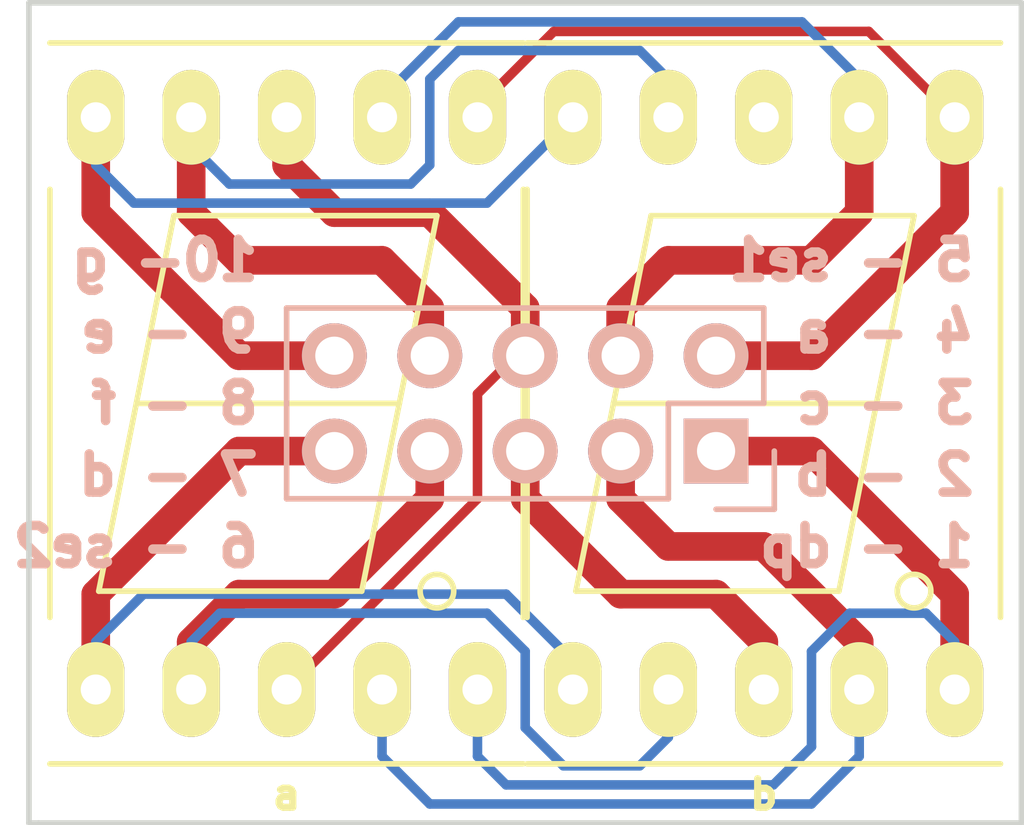
<source format=kicad_pcb>
(kicad_pcb (version 4) (host pcbnew 4.0.4+e1-6308~48~ubuntu14.04.1-stable)

  (general
    (links 20)
    (no_connects 1)
    (area 104.108095 93.396999 135.203001 117.215)
    (thickness 1.6)
    (drawings 17)
    (tracks 98)
    (zones 0)
    (modules 3)
    (nets 11)
  )

  (page A4)
  (layers
    (0 F.Cu signal)
    (31 B.Cu signal)
    (32 B.Adhes user)
    (33 F.Adhes user)
    (34 B.Paste user)
    (35 F.Paste user)
    (36 B.SilkS user)
    (37 F.SilkS user)
    (38 B.Mask user)
    (39 F.Mask user)
    (40 Dwgs.User user)
    (41 Cmts.User user)
    (42 Eco1.User user)
    (43 Eco2.User user)
    (44 Edge.Cuts user)
    (45 Margin user)
    (46 B.CrtYd user)
    (47 F.CrtYd user)
    (48 B.Fab user)
    (49 F.Fab user)
  )

  (setup
    (last_trace_width 0.25)
    (user_trace_width 0.254)
    (user_trace_width 0.508)
    (user_trace_width 0.762)
    (user_trace_width 1.016)
    (user_trace_width 1.27)
    (trace_clearance 0.2)
    (zone_clearance 0.508)
    (zone_45_only no)
    (trace_min 0.2)
    (segment_width 0.2)
    (edge_width 0.15)
    (via_size 0.6)
    (via_drill 0.4)
    (via_min_size 0.4)
    (via_min_drill 0.3)
    (uvia_size 0.3)
    (uvia_drill 0.1)
    (uvias_allowed no)
    (uvia_min_size 0)
    (uvia_min_drill 0)
    (pcb_text_width 0.3)
    (pcb_text_size 1.5 1.5)
    (mod_edge_width 0.15)
    (mod_text_size 1 1)
    (mod_text_width 0.15)
    (pad_size 1.524 1.524)
    (pad_drill 0.762)
    (pad_to_mask_clearance 0.2)
    (aux_axis_origin 0 0)
    (visible_elements FFFFFF7F)
    (pcbplotparams
      (layerselection 0x010fc_80000001)
      (usegerberextensions false)
      (excludeedgelayer true)
      (linewidth 0.100000)
      (plotframeref false)
      (viasonmask false)
      (mode 1)
      (useauxorigin false)
      (hpglpennumber 1)
      (hpglpenspeed 20)
      (hpglpendiameter 15)
      (hpglpenoverlay 2)
      (psnegative false)
      (psa4output false)
      (plotreference true)
      (plotvalue true)
      (plotinvisibletext false)
      (padsonsilk false)
      (subtractmaskfromsilk false)
      (outputformat 1)
      (mirror false)
      (drillshape 0)
      (scaleselection 1)
      (outputdirectory gerbers/))
  )

  (net 0 "")
  (net 1 "Net-(AFF1-Pad1)")
  (net 2 "Net-(AFF1-Pad2)")
  (net 3 "Net-(AFF1-Pad3)")
  (net 4 "Net-(AFF1-Pad4)")
  (net 5 "Net-(AFF1-Pad5)")
  (net 6 "Net-(AFF1-Pad6)")
  (net 7 "Net-(AFF1-Pad7)")
  (net 8 "Net-(AFF1-Pad9)")
  (net 9 "Net-(AFF1-Pad10)")
  (net 10 "Net-(AFF2-Pad3)")

  (net_class Default "This is the default net class."
    (clearance 0.2)
    (trace_width 0.25)
    (via_dia 0.6)
    (via_drill 0.4)
    (uvia_dia 0.3)
    (uvia_drill 0.1)
    (add_net "Net-(AFF1-Pad1)")
    (add_net "Net-(AFF1-Pad10)")
    (add_net "Net-(AFF1-Pad2)")
    (add_net "Net-(AFF1-Pad3)")
    (add_net "Net-(AFF1-Pad4)")
    (add_net "Net-(AFF1-Pad5)")
    (add_net "Net-(AFF1-Pad6)")
    (add_net "Net-(AFF1-Pad7)")
    (add_net "Net-(AFF1-Pad9)")
    (add_net "Net-(AFF2-Pad3)")
  )

  (module Displays_7-Segment:7SegmentLED_LTS6760_LTS6780 (layer F.Cu) (tedit 57FA1A11) (tstamp 57FA189E)
    (at 115.57 104.14)
    (path /57FA1646)
    (fp_text reference AFF1 (at -9.5 -5.8) (layer F.SilkS) hide
      (effects (font (size 1 1) (thickness 0.15)))
    )
    (fp_text value 7SEGMENTS (at -0.4 12) (layer F.Fab) hide
      (effects (font (size 1 1) (thickness 0.15)))
    )
    (fp_circle (center 4 5) (end 4.4 5.2) (layer F.SilkS) (width 0.15))
    (fp_line (start -3 -5) (end -4 0) (layer F.SilkS) (width 0.15))
    (fp_line (start -4 0) (end -5 5) (layer F.SilkS) (width 0.15))
    (fp_line (start -5 5) (end 2 5) (layer F.SilkS) (width 0.15))
    (fp_line (start 2 5) (end 3 0) (layer F.SilkS) (width 0.15))
    (fp_line (start 4 -5) (end 3 0) (layer F.SilkS) (width 0.15))
    (fp_line (start 3 0) (end -4 0) (layer F.SilkS) (width 0.15))
    (fp_line (start -3 -5) (end 4 -5) (layer F.SilkS) (width 0.15))
    (fp_line (start 6.3 9.6) (end -6.3 9.6) (layer F.SilkS) (width 0.15))
    (fp_line (start -6.3 -5.7) (end -6.3 5.7) (layer F.SilkS) (width 0.15))
    (fp_line (start 6.3 -5.7) (end 6.3 5.7) (layer F.SilkS) (width 0.15))
    (fp_line (start -6.3 -9.6) (end 6.3 -9.6) (layer F.SilkS) (width 0.15))
    (pad 1 thru_hole oval (at -5.08 7.62) (size 1.524 2.524) (drill 0.8) (layers *.Cu *.Mask F.SilkS)
      (net 1 "Net-(AFF1-Pad1)"))
    (pad 2 thru_hole oval (at -2.54 7.62) (size 1.524 2.524) (drill 0.8) (layers *.Cu *.Mask F.SilkS)
      (net 2 "Net-(AFF1-Pad2)"))
    (pad 3 thru_hole oval (at 0 7.62) (size 1.524 2.524) (drill 0.8) (layers *.Cu *.Mask F.SilkS)
      (net 3 "Net-(AFF1-Pad3)"))
    (pad 4 thru_hole oval (at 2.54 7.62) (size 1.524 2.524) (drill 0.8) (layers *.Cu *.Mask F.SilkS)
      (net 4 "Net-(AFF1-Pad4)"))
    (pad 5 thru_hole oval (at 5.08 7.62) (size 1.524 2.524) (drill 0.8) (layers *.Cu *.Mask F.SilkS)
      (net 5 "Net-(AFF1-Pad5)"))
    (pad 6 thru_hole oval (at 5.08 -7.62) (size 1.524 2.524) (drill 0.8) (layers *.Cu *.Mask F.SilkS)
      (net 6 "Net-(AFF1-Pad6)"))
    (pad 7 thru_hole oval (at 2.54 -7.62) (size 1.524 2.524) (drill 0.8) (layers *.Cu *.Mask F.SilkS)
      (net 7 "Net-(AFF1-Pad7)"))
    (pad 8 thru_hole oval (at 0 -7.62) (size 1.524 2.524) (drill 0.8) (layers *.Cu *.Mask F.SilkS)
      (net 3 "Net-(AFF1-Pad3)"))
    (pad 9 thru_hole oval (at -2.54 -7.62) (size 1.524 2.524) (drill 0.8) (layers *.Cu *.Mask F.SilkS)
      (net 8 "Net-(AFF1-Pad9)"))
    (pad 10 thru_hole oval (at -5.08 -7.62) (size 1.524 2.524) (drill 0.8) (layers *.Cu *.Mask F.SilkS)
      (net 9 "Net-(AFF1-Pad10)"))
    (model Displays_7-Segment.3dshapes/7SegmentLED_LTS6760_LTS6780.wrl
      (at (xyz 0 0 0))
      (scale (xyz 0.3937 0.3937 0.3937))
      (rotate (xyz 0 0 0))
    )
  )

  (module Displays_7-Segment:7SegmentLED_LTS6760_LTS6780 (layer F.Cu) (tedit 57FA1A14) (tstamp 57FA18AC)
    (at 128.27 104.14)
    (path /57FA169A)
    (fp_text reference AFF2 (at -9.5 -5.8) (layer F.SilkS) hide
      (effects (font (size 1 1) (thickness 0.15)))
    )
    (fp_text value 7SEGMENTS (at -0.4 12) (layer F.Fab) hide
      (effects (font (size 1 1) (thickness 0.15)))
    )
    (fp_circle (center 4 5) (end 4.4 5.2) (layer F.SilkS) (width 0.15))
    (fp_line (start -3 -5) (end -4 0) (layer F.SilkS) (width 0.15))
    (fp_line (start -4 0) (end -5 5) (layer F.SilkS) (width 0.15))
    (fp_line (start -5 5) (end 2 5) (layer F.SilkS) (width 0.15))
    (fp_line (start 2 5) (end 3 0) (layer F.SilkS) (width 0.15))
    (fp_line (start 4 -5) (end 3 0) (layer F.SilkS) (width 0.15))
    (fp_line (start 3 0) (end -4 0) (layer F.SilkS) (width 0.15))
    (fp_line (start -3 -5) (end 4 -5) (layer F.SilkS) (width 0.15))
    (fp_line (start 6.3 9.6) (end -6.3 9.6) (layer F.SilkS) (width 0.15))
    (fp_line (start -6.3 -5.7) (end -6.3 5.7) (layer F.SilkS) (width 0.15))
    (fp_line (start 6.3 -5.7) (end 6.3 5.7) (layer F.SilkS) (width 0.15))
    (fp_line (start -6.3 -9.6) (end 6.3 -9.6) (layer F.SilkS) (width 0.15))
    (pad 1 thru_hole oval (at -5.08 7.62) (size 1.524 2.524) (drill 0.8) (layers *.Cu *.Mask F.SilkS)
      (net 1 "Net-(AFF1-Pad1)"))
    (pad 2 thru_hole oval (at -2.54 7.62) (size 1.524 2.524) (drill 0.8) (layers *.Cu *.Mask F.SilkS)
      (net 2 "Net-(AFF1-Pad2)"))
    (pad 3 thru_hole oval (at 0 7.62) (size 1.524 2.524) (drill 0.8) (layers *.Cu *.Mask F.SilkS)
      (net 10 "Net-(AFF2-Pad3)"))
    (pad 4 thru_hole oval (at 2.54 7.62) (size 1.524 2.524) (drill 0.8) (layers *.Cu *.Mask F.SilkS)
      (net 4 "Net-(AFF1-Pad4)"))
    (pad 5 thru_hole oval (at 5.08 7.62) (size 1.524 2.524) (drill 0.8) (layers *.Cu *.Mask F.SilkS)
      (net 5 "Net-(AFF1-Pad5)"))
    (pad 6 thru_hole oval (at 5.08 -7.62) (size 1.524 2.524) (drill 0.8) (layers *.Cu *.Mask F.SilkS)
      (net 6 "Net-(AFF1-Pad6)"))
    (pad 7 thru_hole oval (at 2.54 -7.62) (size 1.524 2.524) (drill 0.8) (layers *.Cu *.Mask F.SilkS)
      (net 7 "Net-(AFF1-Pad7)"))
    (pad 8 thru_hole oval (at 0 -7.62) (size 1.524 2.524) (drill 0.8) (layers *.Cu *.Mask F.SilkS)
      (net 10 "Net-(AFF2-Pad3)"))
    (pad 9 thru_hole oval (at -2.54 -7.62) (size 1.524 2.524) (drill 0.8) (layers *.Cu *.Mask F.SilkS)
      (net 8 "Net-(AFF1-Pad9)"))
    (pad 10 thru_hole oval (at -5.08 -7.62) (size 1.524 2.524) (drill 0.8) (layers *.Cu *.Mask F.SilkS)
      (net 9 "Net-(AFF1-Pad10)"))
    (model Displays_7-Segment.3dshapes/7SegmentLED_LTS6760_LTS6780.wrl
      (at (xyz 0 0 0))
      (scale (xyz 0.3937 0.3937 0.3937))
      (rotate (xyz 0 0 0))
    )
  )

  (module Pin_Headers:Pin_Header_Straight_2x05 (layer B.Cu) (tedit 57FA1A1A) (tstamp 57FA18BA)
    (at 127 105.41 90)
    (descr "Through hole pin header")
    (tags "pin header")
    (path /57FA17C6)
    (fp_text reference P1 (at 0 5.1 90) (layer B.SilkS) hide
      (effects (font (size 1 1) (thickness 0.15)) (justify mirror))
    )
    (fp_text value CONN_02X05 (at 0 3.1 90) (layer B.Fab) hide
      (effects (font (size 1 1) (thickness 0.15)) (justify mirror))
    )
    (fp_line (start -1.75 1.75) (end -1.75 -11.95) (layer B.CrtYd) (width 0.05))
    (fp_line (start 4.3 1.75) (end 4.3 -11.95) (layer B.CrtYd) (width 0.05))
    (fp_line (start -1.75 1.75) (end 4.3 1.75) (layer B.CrtYd) (width 0.05))
    (fp_line (start -1.75 -11.95) (end 4.3 -11.95) (layer B.CrtYd) (width 0.05))
    (fp_line (start 3.81 1.27) (end 3.81 -11.43) (layer B.SilkS) (width 0.15))
    (fp_line (start 3.81 -11.43) (end -1.27 -11.43) (layer B.SilkS) (width 0.15))
    (fp_line (start -1.27 -11.43) (end -1.27 -1.27) (layer B.SilkS) (width 0.15))
    (fp_line (start 3.81 1.27) (end 1.27 1.27) (layer B.SilkS) (width 0.15))
    (fp_line (start 0 1.55) (end -1.55 1.55) (layer B.SilkS) (width 0.15))
    (fp_line (start 1.27 1.27) (end 1.27 -1.27) (layer B.SilkS) (width 0.15))
    (fp_line (start 1.27 -1.27) (end -1.27 -1.27) (layer B.SilkS) (width 0.15))
    (fp_line (start -1.55 1.55) (end -1.55 0) (layer B.SilkS) (width 0.15))
    (pad 1 thru_hole rect (at 0 0 90) (size 1.7272 1.7272) (drill 1.016) (layers *.Cu *.Mask B.SilkS)
      (net 5 "Net-(AFF1-Pad5)"))
    (pad 2 thru_hole oval (at 2.54 0 90) (size 1.7272 1.7272) (drill 1.016) (layers *.Cu *.Mask B.SilkS)
      (net 6 "Net-(AFF1-Pad6)"))
    (pad 3 thru_hole oval (at 0 -2.54 90) (size 1.7272 1.7272) (drill 1.016) (layers *.Cu *.Mask B.SilkS)
      (net 4 "Net-(AFF1-Pad4)"))
    (pad 4 thru_hole oval (at 2.54 -2.54 90) (size 1.7272 1.7272) (drill 1.016) (layers *.Cu *.Mask B.SilkS)
      (net 7 "Net-(AFF1-Pad7)"))
    (pad 5 thru_hole oval (at 0 -5.08 90) (size 1.7272 1.7272) (drill 1.016) (layers *.Cu *.Mask B.SilkS)
      (net 10 "Net-(AFF2-Pad3)"))
    (pad 6 thru_hole oval (at 2.54 -5.08 90) (size 1.7272 1.7272) (drill 1.016) (layers *.Cu *.Mask B.SilkS)
      (net 3 "Net-(AFF1-Pad3)"))
    (pad 7 thru_hole oval (at 0 -7.62 90) (size 1.7272 1.7272) (drill 1.016) (layers *.Cu *.Mask B.SilkS)
      (net 2 "Net-(AFF1-Pad2)"))
    (pad 8 thru_hole oval (at 2.54 -7.62 90) (size 1.7272 1.7272) (drill 1.016) (layers *.Cu *.Mask B.SilkS)
      (net 8 "Net-(AFF1-Pad9)"))
    (pad 9 thru_hole oval (at 0 -10.16 90) (size 1.7272 1.7272) (drill 1.016) (layers *.Cu *.Mask B.SilkS)
      (net 1 "Net-(AFF1-Pad1)"))
    (pad 10 thru_hole oval (at 2.54 -10.16 90) (size 1.7272 1.7272) (drill 1.016) (layers *.Cu *.Mask B.SilkS)
      (net 9 "Net-(AFF1-Pad10)"))
    (model Pin_Headers.3dshapes/Pin_Header_Straight_2x05.wrl
      (at (xyz 0.05 -0.2 0))
      (scale (xyz 1 1 1))
      (rotate (xyz 0 0 90))
    )
  )

  (gr_text b (at 128.27 114.554) (layer F.SilkS)
    (effects (font (size 0.762 0.762) (thickness 0.1905)))
  )
  (gr_text a (at 115.57 114.554) (layer F.SilkS)
    (effects (font (size 0.762 0.762) (thickness 0.1905)))
  )
  (gr_text "10- g" (at 114.935 100.33) (layer B.SilkS)
    (effects (font (size 1.016 1.016) (thickness 0.254)) (justify left mirror))
  )
  (gr_text "9 - e" (at 114.935 102.235) (layer B.SilkS)
    (effects (font (size 1.016 1.016) (thickness 0.254)) (justify left mirror))
  )
  (gr_text "8 - f" (at 114.935 104.14) (layer B.SilkS)
    (effects (font (size 1.016 1.016) (thickness 0.254)) (justify left mirror))
  )
  (gr_text "7 - d" (at 114.935 106.045) (layer B.SilkS)
    (effects (font (size 1.016 1.016) (thickness 0.254)) (justify left mirror))
  )
  (gr_text "6 - se2" (at 114.935 107.95) (layer B.SilkS)
    (effects (font (size 1.016 1.016) (thickness 0.254)) (justify left mirror))
  )
  (gr_text "5 - se1" (at 133.985 100.33) (layer B.SilkS)
    (effects (font (size 1.016 1.016) (thickness 0.254)) (justify left mirror))
  )
  (gr_text "4 - a" (at 133.985 102.235) (layer B.SilkS)
    (effects (font (size 1.016 1.016) (thickness 0.254)) (justify left mirror))
  )
  (gr_text "3 - c" (at 133.985 104.14) (layer B.SilkS)
    (effects (font (size 1.016 1.016) (thickness 0.254)) (justify left mirror))
  )
  (gr_text "2 - b" (at 133.985 106.045) (layer B.SilkS)
    (effects (font (size 1.016 1.016) (thickness 0.254)) (justify left mirror))
  )
  (gr_text "1 - dp" (at 133.985 107.95) (layer B.SilkS)
    (effects (font (size 1.016 1.016) (thickness 0.254)) (justify left mirror))
  )
  (gr_line (start 108.712 115.316) (end 108.712 93.472) (angle 90) (layer Edge.Cuts) (width 0.15))
  (gr_line (start 108.966 115.316) (end 108.712 115.316) (angle 90) (layer Edge.Cuts) (width 0.15))
  (gr_line (start 135.128 115.316) (end 108.966 115.316) (angle 90) (layer Edge.Cuts) (width 0.15))
  (gr_line (start 135.128 93.472) (end 135.128 115.316) (angle 90) (layer Edge.Cuts) (width 0.15))
  (gr_line (start 108.712 93.472) (end 135.128 93.472) (angle 90) (layer Edge.Cuts) (width 0.15))

  (segment (start 110.49 111.76) (end 110.49 110.49) (width 0.254) (layer B.Cu) (net 1))
  (segment (start 121.412 109.22) (end 123.19 110.998) (width 0.254) (layer B.Cu) (net 1) (tstamp 57FA1AC1))
  (segment (start 111.76 109.22) (end 121.412 109.22) (width 0.254) (layer B.Cu) (net 1) (tstamp 57FA1ABF))
  (segment (start 110.49 110.49) (end 111.76 109.22) (width 0.254) (layer B.Cu) (net 1) (tstamp 57FA1ABD))
  (segment (start 123.19 110.998) (end 123.19 111.76) (width 0.254) (layer B.Cu) (net 1) (tstamp 57FA1AC3))
  (segment (start 116.84 105.41) (end 114.3 105.41) (width 0.762) (layer F.Cu) (net 1))
  (segment (start 110.49 109.22) (end 110.49 111.76) (width 0.762) (layer F.Cu) (net 1) (tstamp 57FA1AB0))
  (segment (start 114.3 105.41) (end 110.49 109.22) (width 0.762) (layer F.Cu) (net 1) (tstamp 57FA1AAF))
  (segment (start 113.03 111.76) (end 113.03 110.49) (width 0.254) (layer B.Cu) (net 2))
  (segment (start 125.73 113.03) (end 125.73 111.76) (width 0.254) (layer B.Cu) (net 2) (tstamp 57FA1AD0))
  (segment (start 124.968 113.792) (end 125.73 113.03) (width 0.254) (layer B.Cu) (net 2) (tstamp 57FA1ACF))
  (segment (start 122.936 113.792) (end 124.968 113.792) (width 0.254) (layer B.Cu) (net 2) (tstamp 57FA1ACD))
  (segment (start 121.92 112.776) (end 122.936 113.792) (width 0.254) (layer B.Cu) (net 2) (tstamp 57FA1ACC))
  (segment (start 121.92 110.744) (end 121.92 112.776) (width 0.254) (layer B.Cu) (net 2) (tstamp 57FA1ACA))
  (segment (start 120.904 109.728) (end 121.92 110.744) (width 0.254) (layer B.Cu) (net 2) (tstamp 57FA1AC8))
  (segment (start 113.792 109.728) (end 120.904 109.728) (width 0.254) (layer B.Cu) (net 2) (tstamp 57FA1AC7))
  (segment (start 113.03 110.49) (end 113.792 109.728) (width 0.254) (layer B.Cu) (net 2) (tstamp 57FA1AC6))
  (segment (start 119.38 105.41) (end 119.38 106.68) (width 0.762) (layer F.Cu) (net 2))
  (segment (start 113.03 110.49) (end 113.03 111.76) (width 0.762) (layer F.Cu) (net 2) (tstamp 57FA1AAC))
  (segment (start 114.3 109.22) (end 113.03 110.49) (width 0.762) (layer F.Cu) (net 2) (tstamp 57FA1AAB))
  (segment (start 116.84 109.22) (end 114.3 109.22) (width 0.762) (layer F.Cu) (net 2) (tstamp 57FA1AAA))
  (segment (start 119.38 106.68) (end 116.84 109.22) (width 0.762) (layer F.Cu) (net 2) (tstamp 57FA1AA9))
  (via (at 115.57 111.76) (size 0.6) (drill 0.4) (layers F.Cu B.Cu) (net 3))
  (segment (start 115.57 111.76) (end 120.396 106.934) (width 0.254) (layer F.Cu) (net 3) (tstamp 57FA1B0F))
  (segment (start 120.65 103.886) (end 121.666 102.87) (width 0.254) (layer F.Cu) (net 3) (tstamp 57FA1B19))
  (segment (start 120.65 106.68) (end 120.65 103.886) (width 0.254) (layer F.Cu) (net 3) (tstamp 57FA1B12))
  (segment (start 120.396 106.934) (end 120.65 106.68) (width 0.254) (layer F.Cu) (net 3) (tstamp 57FA1B10))
  (segment (start 121.666 102.87) (end 121.92 102.87) (width 0.254) (layer F.Cu) (net 3) (tstamp 57FA1B1B))
  (segment (start 121.92 102.87) (end 121.92 101.6) (width 0.762) (layer F.Cu) (net 3))
  (segment (start 115.57 97.79) (end 115.57 96.52) (width 0.762) (layer F.Cu) (net 3) (tstamp 57FA1AA5))
  (segment (start 116.84 99.06) (end 115.57 97.79) (width 0.762) (layer F.Cu) (net 3) (tstamp 57FA1AA4))
  (segment (start 119.38 99.06) (end 116.84 99.06) (width 0.762) (layer F.Cu) (net 3) (tstamp 57FA1AA3))
  (segment (start 121.92 101.6) (end 119.38 99.06) (width 0.762) (layer F.Cu) (net 3) (tstamp 57FA1AA2))
  (segment (start 118.11 111.76) (end 118.11 113.538) (width 0.254) (layer B.Cu) (net 4))
  (segment (start 130.81 113.538) (end 130.81 111.76) (width 0.254) (layer B.Cu) (net 4) (tstamp 57FA1AF6))
  (segment (start 129.54 114.808) (end 130.81 113.538) (width 0.254) (layer B.Cu) (net 4) (tstamp 57FA1AF4))
  (segment (start 119.38 114.808) (end 129.54 114.808) (width 0.254) (layer B.Cu) (net 4) (tstamp 57FA1AF2))
  (segment (start 118.11 113.538) (end 119.38 114.808) (width 0.254) (layer B.Cu) (net 4) (tstamp 57FA1AEE))
  (segment (start 124.46 105.41) (end 124.46 106.68) (width 0.762) (layer F.Cu) (net 4))
  (segment (start 130.81 110.49) (end 130.81 111.76) (width 0.762) (layer F.Cu) (net 4) (tstamp 57FA1A93))
  (segment (start 128.27 107.95) (end 130.81 110.49) (width 0.762) (layer F.Cu) (net 4) (tstamp 57FA1A92))
  (segment (start 125.73 107.95) (end 128.27 107.95) (width 0.762) (layer F.Cu) (net 4) (tstamp 57FA1A91))
  (segment (start 124.46 106.68) (end 125.73 107.95) (width 0.762) (layer F.Cu) (net 4) (tstamp 57FA1A90))
  (segment (start 120.65 111.76) (end 120.65 113.538) (width 0.254) (layer B.Cu) (net 5))
  (segment (start 133.35 110.49) (end 133.35 111.76) (width 0.254) (layer B.Cu) (net 5) (tstamp 57FA1B05))
  (segment (start 132.588 109.728) (end 133.35 110.49) (width 0.254) (layer B.Cu) (net 5) (tstamp 57FA1B04))
  (segment (start 130.556 109.728) (end 132.588 109.728) (width 0.254) (layer B.Cu) (net 5) (tstamp 57FA1B02))
  (segment (start 129.54 110.744) (end 130.556 109.728) (width 0.254) (layer B.Cu) (net 5) (tstamp 57FA1B00))
  (segment (start 129.54 113.284) (end 129.54 110.744) (width 0.254) (layer B.Cu) (net 5) (tstamp 57FA1AFE))
  (segment (start 128.524 114.3) (end 129.54 113.284) (width 0.254) (layer B.Cu) (net 5) (tstamp 57FA1AFC))
  (segment (start 121.412 114.3) (end 128.524 114.3) (width 0.254) (layer B.Cu) (net 5) (tstamp 57FA1AFB))
  (segment (start 120.65 113.538) (end 121.412 114.3) (width 0.254) (layer B.Cu) (net 5) (tstamp 57FA1AFA))
  (segment (start 127 105.41) (end 129.54 105.41) (width 0.762) (layer F.Cu) (net 5))
  (segment (start 133.35 109.22) (end 133.35 111.76) (width 0.762) (layer F.Cu) (net 5) (tstamp 57FA1A89))
  (segment (start 129.54 105.41) (end 133.35 109.22) (width 0.762) (layer F.Cu) (net 5) (tstamp 57FA1A88))
  (segment (start 120.65 96.52) (end 120.65 96.266) (width 0.254) (layer F.Cu) (net 6))
  (segment (start 120.65 96.266) (end 122.682 94.234) (width 0.254) (layer F.Cu) (net 6) (tstamp 57FA1B60))
  (segment (start 122.682 94.234) (end 131.064 94.234) (width 0.254) (layer F.Cu) (net 6) (tstamp 57FA1B61))
  (segment (start 131.064 94.234) (end 133.35 96.52) (width 0.254) (layer F.Cu) (net 6) (tstamp 57FA1B63))
  (segment (start 127 102.87) (end 129.54 102.87) (width 0.762) (layer F.Cu) (net 6))
  (segment (start 133.35 99.06) (end 133.35 96.52) (width 0.762) (layer F.Cu) (net 6) (tstamp 57FA1A8D))
  (segment (start 129.54 102.87) (end 133.35 99.06) (width 0.762) (layer F.Cu) (net 6) (tstamp 57FA1A8C))
  (segment (start 118.11 96.52) (end 118.11 96.012) (width 0.254) (layer B.Cu) (net 7))
  (segment (start 118.11 96.012) (end 120.142 93.98) (width 0.254) (layer B.Cu) (net 7) (tstamp 57FA1B49))
  (segment (start 120.142 93.98) (end 129.286 93.98) (width 0.254) (layer B.Cu) (net 7) (tstamp 57FA1B4E))
  (segment (start 129.286 93.98) (end 130.81 95.504) (width 0.254) (layer B.Cu) (net 7) (tstamp 57FA1B50))
  (segment (start 130.81 95.504) (end 130.81 96.52) (width 0.254) (layer B.Cu) (net 7) (tstamp 57FA1B52))
  (segment (start 124.46 102.87) (end 124.46 101.6) (width 0.762) (layer F.Cu) (net 7))
  (segment (start 130.81 99.06) (end 130.81 96.52) (width 0.762) (layer F.Cu) (net 7) (tstamp 57FA1A99))
  (segment (start 129.54 100.33) (end 130.81 99.06) (width 0.762) (layer F.Cu) (net 7) (tstamp 57FA1A98))
  (segment (start 125.73 100.33) (end 129.54 100.33) (width 0.762) (layer F.Cu) (net 7) (tstamp 57FA1A97))
  (segment (start 124.46 101.6) (end 125.73 100.33) (width 0.762) (layer F.Cu) (net 7) (tstamp 57FA1A96))
  (segment (start 113.03 96.52) (end 113.03 97.282) (width 0.254) (layer B.Cu) (net 8))
  (segment (start 113.03 97.282) (end 114.046 98.298) (width 0.254) (layer B.Cu) (net 8) (tstamp 57FA1B36))
  (segment (start 124.968 94.742) (end 125.73 95.504) (width 0.254) (layer B.Cu) (net 8) (tstamp 57FA1B3E))
  (segment (start 120.142 94.742) (end 124.968 94.742) (width 0.254) (layer B.Cu) (net 8) (tstamp 57FA1B3D))
  (segment (start 119.38 95.504) (end 120.142 94.742) (width 0.254) (layer B.Cu) (net 8) (tstamp 57FA1B3B))
  (segment (start 119.38 97.79) (end 119.38 95.504) (width 0.254) (layer B.Cu) (net 8) (tstamp 57FA1B3A))
  (segment (start 118.872 98.298) (end 119.38 97.79) (width 0.254) (layer B.Cu) (net 8) (tstamp 57FA1B39))
  (segment (start 114.046 98.298) (end 118.872 98.298) (width 0.254) (layer B.Cu) (net 8) (tstamp 57FA1B37))
  (segment (start 125.73 95.504) (end 125.73 96.52) (width 0.254) (layer B.Cu) (net 8) (tstamp 57FA1B40))
  (segment (start 119.38 102.87) (end 119.38 101.6) (width 0.762) (layer F.Cu) (net 8))
  (segment (start 113.03 99.06) (end 113.03 96.52) (width 0.762) (layer F.Cu) (net 8) (tstamp 57FA1ABA))
  (segment (start 114.3 100.33) (end 113.03 99.06) (width 0.762) (layer F.Cu) (net 8) (tstamp 57FA1AB9))
  (segment (start 118.11 100.33) (end 114.3 100.33) (width 0.762) (layer F.Cu) (net 8) (tstamp 57FA1AB8))
  (segment (start 119.38 101.6) (end 118.11 100.33) (width 0.762) (layer F.Cu) (net 8) (tstamp 57FA1AB7))
  (segment (start 110.49 96.52) (end 110.49 97.79) (width 0.254) (layer B.Cu) (net 9))
  (segment (start 120.904 98.806) (end 123.19 96.52) (width 0.254) (layer B.Cu) (net 9) (tstamp 57FA1B32))
  (segment (start 111.506 98.806) (end 120.904 98.806) (width 0.254) (layer B.Cu) (net 9) (tstamp 57FA1B30))
  (segment (start 110.49 97.79) (end 111.506 98.806) (width 0.254) (layer B.Cu) (net 9) (tstamp 57FA1B2E))
  (segment (start 116.84 102.87) (end 114.3 102.87) (width 0.762) (layer F.Cu) (net 9))
  (segment (start 110.49 99.06) (end 110.49 96.52) (width 0.762) (layer F.Cu) (net 9) (tstamp 57FA1AB4))
  (segment (start 114.3 102.87) (end 110.49 99.06) (width 0.762) (layer F.Cu) (net 9) (tstamp 57FA1AB3))
  (segment (start 121.92 105.41) (end 121.92 106.68) (width 0.762) (layer F.Cu) (net 10))
  (segment (start 128.27 110.49) (end 128.27 111.76) (width 0.762) (layer F.Cu) (net 10) (tstamp 57FA1A9F))
  (segment (start 127 109.22) (end 128.27 110.49) (width 0.762) (layer F.Cu) (net 10) (tstamp 57FA1A9E))
  (segment (start 124.46 109.22) (end 127 109.22) (width 0.762) (layer F.Cu) (net 10) (tstamp 57FA1A9D))
  (segment (start 121.92 106.68) (end 124.46 109.22) (width 0.762) (layer F.Cu) (net 10) (tstamp 57FA1A9C))

)

</source>
